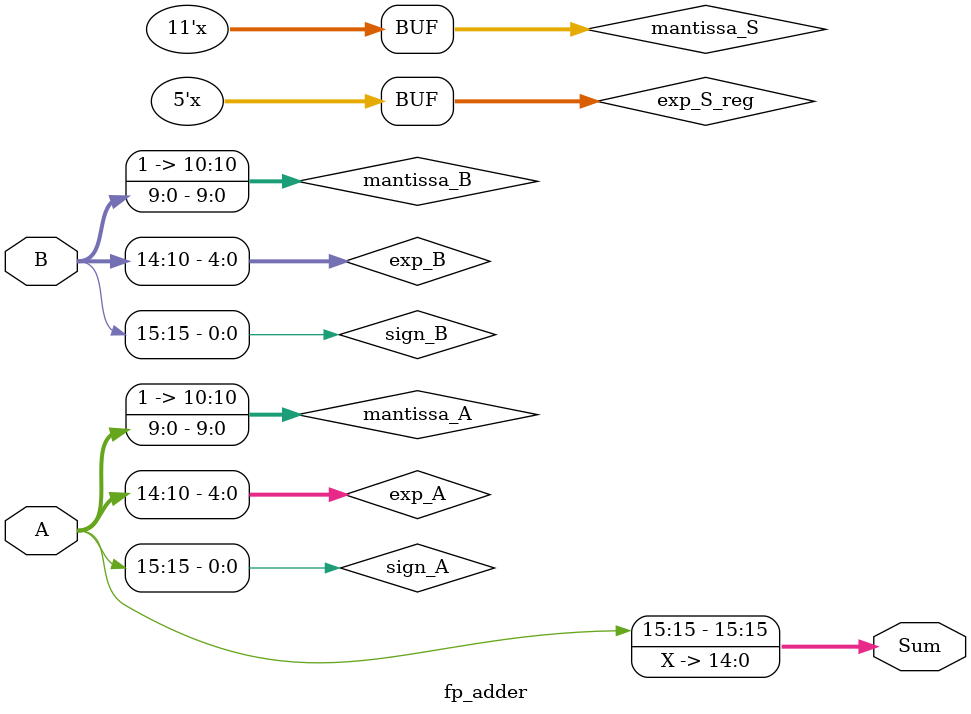
<source format=v>
`timescale 1ns / 1ps


module fp_adder(
    input [15:0] A,   // First 16-bit floating-point input
    input [15:0] B,   // Second 16-bit floating-point input
    output reg [15:0] Sum  // 16-bit floating-point sum
);

// Extract sign, exponent, and mantissa from inputs
wire sign_A, sign_B, sign_S;
wire [4:0] exp_A, exp_B, exp_S;
wire [10:0] mantissa_A, mantissa_B;
reg [10:0] mantissa_S;
wire [10:0] mantissa_A_shifted, mantissa_B_shifted;
wire [4:0] larger_exp, exp_diff;
reg [4:0] exp_S_reg;

assign sign_A = A[15];
assign exp_A = A[14:10];
assign mantissa_A = {1'b1, A[9:0]};  // Implicit leading 1 in mantissa

assign sign_B = B[15];
assign exp_B = B[14:10];
assign mantissa_B = {1'b1, B[9:0]};  // Implicit leading 1 in mantissa

// Compare exponents and shift mantissas
assign exp_diff = (exp_A > exp_B) ? exp_A - exp_B : exp_B - exp_A;
assign larger_exp = (exp_A > exp_B) ? exp_A : exp_B;

assign mantissa_A_shifted = (exp_A > exp_B) ? mantissa_A : mantissa_A >> exp_diff;
assign mantissa_B_shifted = (exp_B > exp_A) ? mantissa_B : mantissa_B >> exp_diff;

// Add or subtract mantissas based on the sign
always @(*) begin
    if (sign_A == sign_B) begin
        mantissa_S = mantissa_A_shifted + mantissa_B_shifted;
        exp_S_reg = larger_exp;
    end else begin
        if (mantissa_A_shifted > mantissa_B_shifted) begin
            mantissa_S = mantissa_A_shifted - mantissa_B_shifted;
            exp_S_reg = larger_exp;
        end else begin
            mantissa_S = mantissa_B_shifted - mantissa_A_shifted;
            exp_S_reg = larger_exp;
        end
    end
end

// Normalize the result and assign final sum
always @(*) begin
    if (mantissa_S[10]) begin
        exp_S_reg = exp_S_reg + 1;
        mantissa_S = mantissa_S >> 1;
    end
    Sum = {sign_A, exp_S_reg, mantissa_S[9:0]};
end

endmodule


</source>
